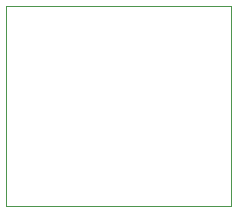
<source format=gm1>
G04 #@! TF.GenerationSoftware,KiCad,Pcbnew,6.0.5-a6ca702e91~116~ubuntu20.04.1*
G04 #@! TF.CreationDate,2022-06-19T13:49:02-04:00*
G04 #@! TF.ProjectId,herovco_switch,6865726f-7663-46f5-9f73-77697463682e,rev?*
G04 #@! TF.SameCoordinates,Original*
G04 #@! TF.FileFunction,Profile,NP*
%FSLAX46Y46*%
G04 Gerber Fmt 4.6, Leading zero omitted, Abs format (unit mm)*
G04 Created by KiCad (PCBNEW 6.0.5-a6ca702e91~116~ubuntu20.04.1) date 2022-06-19 13:49:02*
%MOMM*%
%LPD*%
G01*
G04 APERTURE LIST*
G04 #@! TA.AperFunction,Profile*
%ADD10C,0.100000*%
G04 #@! TD*
G04 APERTURE END LIST*
D10*
X155300773Y-89999365D02*
X155300634Y-107000773D01*
X155300634Y-107000773D02*
X136300000Y-107001000D01*
X136299365Y-89999226D02*
X155300773Y-89999365D01*
X136300000Y-107001000D02*
X136299365Y-89999226D01*
M02*

</source>
